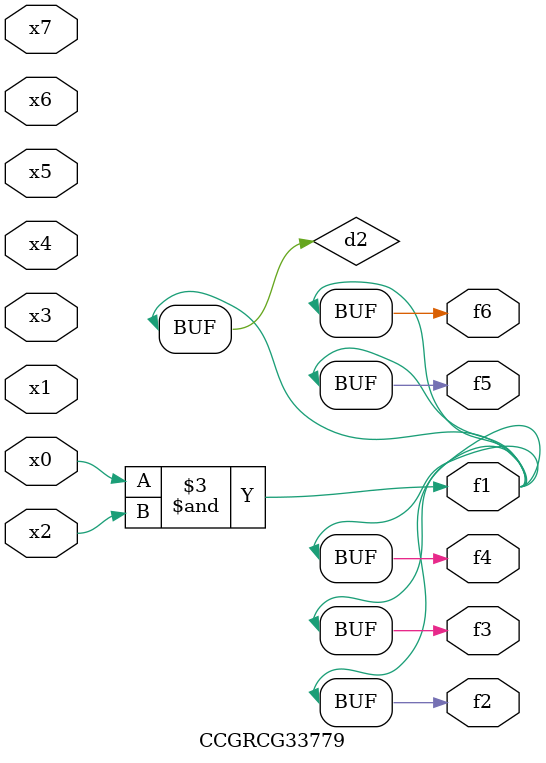
<source format=v>
module CCGRCG33779(
	input x0, x1, x2, x3, x4, x5, x6, x7,
	output f1, f2, f3, f4, f5, f6
);

	wire d1, d2;

	nor (d1, x3, x6);
	and (d2, x0, x2);
	assign f1 = d2;
	assign f2 = d2;
	assign f3 = d2;
	assign f4 = d2;
	assign f5 = d2;
	assign f6 = d2;
endmodule

</source>
